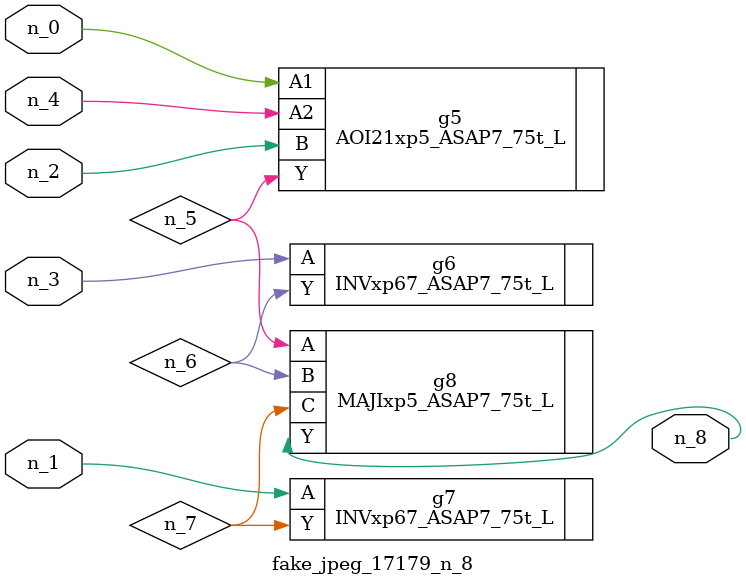
<source format=v>
module fake_jpeg_17179_n_8 (n_3, n_2, n_1, n_0, n_4, n_8);

input n_3;
input n_2;
input n_1;
input n_0;
input n_4;

output n_8;

wire n_6;
wire n_5;
wire n_7;

AOI21xp5_ASAP7_75t_L g5 ( 
.A1(n_0),
.A2(n_4),
.B(n_2),
.Y(n_5)
);

INVxp67_ASAP7_75t_L g6 ( 
.A(n_3),
.Y(n_6)
);

INVxp67_ASAP7_75t_L g7 ( 
.A(n_1),
.Y(n_7)
);

MAJIxp5_ASAP7_75t_L g8 ( 
.A(n_5),
.B(n_6),
.C(n_7),
.Y(n_8)
);


endmodule
</source>
